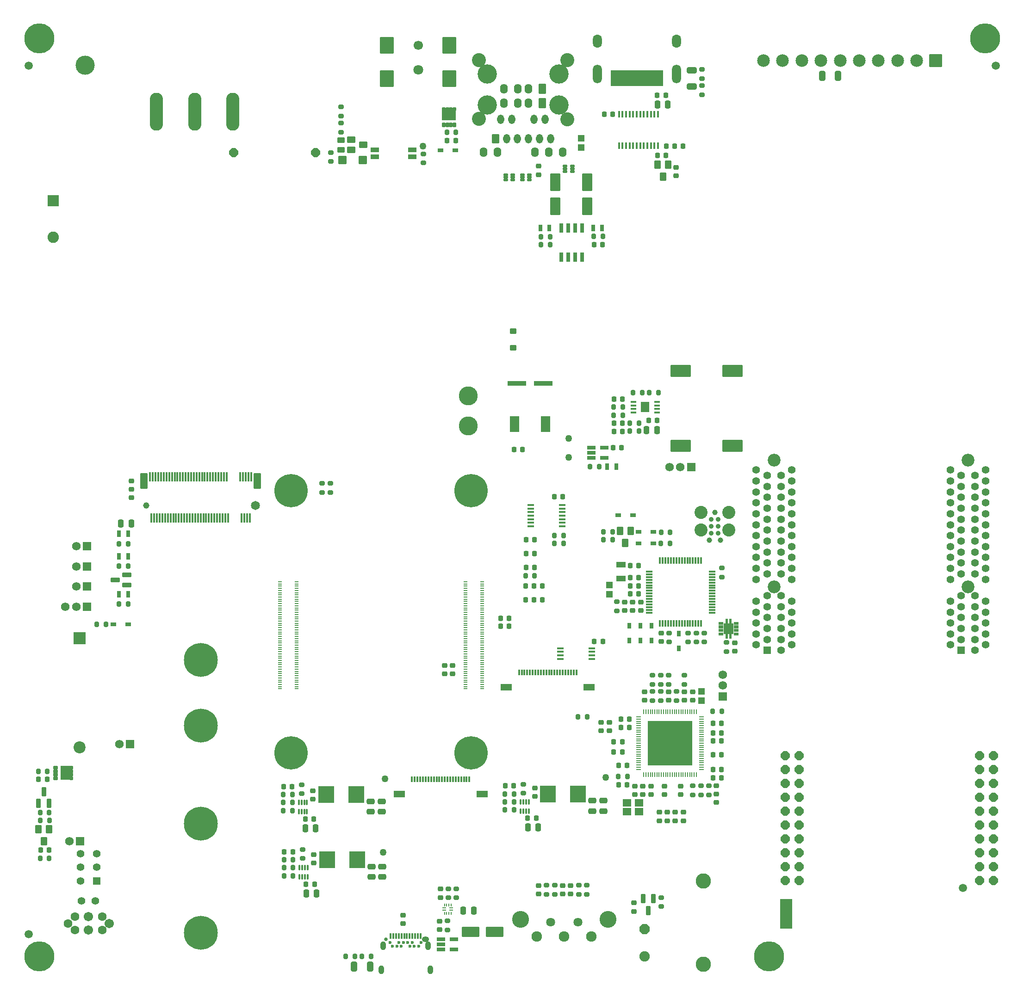
<source format=gts>
%TF.GenerationSoftware,KiCad,Pcbnew,9.0.5-9.0.5~ubuntu24.04.1*%
%TF.CreationDate,2025-10-13T11:44:06+02:00*%
%TF.ProjectId,BB3plus test mainboard,42423370-6c75-4732-9074-657374206d61,r1B1*%
%TF.SameCoordinates,Original*%
%TF.FileFunction,Soldermask,Top*%
%TF.FilePolarity,Negative*%
%FSLAX46Y46*%
G04 Gerber Fmt 4.6, Leading zero omitted, Abs format (unit mm)*
G04 Created by KiCad (PCBNEW 9.0.5-9.0.5~ubuntu24.04.1) date 2025-10-13 11:44:06*
%MOMM*%
%LPD*%
G01*
G04 APERTURE LIST*
G04 Aperture macros list*
%AMRoundRect*
0 Rectangle with rounded corners*
0 $1 Rounding radius*
0 $2 $3 $4 $5 $6 $7 $8 $9 X,Y pos of 4 corners*
0 Add a 4 corners polygon primitive as box body*
4,1,4,$2,$3,$4,$5,$6,$7,$8,$9,$2,$3,0*
0 Add four circle primitives for the rounded corners*
1,1,$1+$1,$2,$3*
1,1,$1+$1,$4,$5*
1,1,$1+$1,$6,$7*
1,1,$1+$1,$8,$9*
0 Add four rect primitives between the rounded corners*
20,1,$1+$1,$2,$3,$4,$5,0*
20,1,$1+$1,$4,$5,$6,$7,0*
20,1,$1+$1,$6,$7,$8,$9,0*
20,1,$1+$1,$8,$9,$2,$3,0*%
%AMFreePoly0*
4,1,17,0.413137,0.933901,0.933901,0.413137,0.952500,0.368236,0.952500,-0.368236,0.933901,-0.413137,0.413137,-0.933901,0.368236,-0.952500,-0.368236,-0.952500,-0.413137,-0.933901,-0.933901,-0.413137,-0.952500,-0.368236,-0.952500,0.368236,-0.933901,0.413137,-0.413137,0.933901,-0.368236,0.952500,0.368236,0.952500,0.413137,0.933901,0.413137,0.933901,$1*%
%AMFreePoly1*
4,1,17,0.355561,0.794901,0.794901,0.355561,0.813500,0.310660,0.813500,-0.310660,0.794901,-0.355561,0.355561,-0.794901,0.310660,-0.813500,-0.310660,-0.813500,-0.355561,-0.794901,-0.794901,-0.355561,-0.813500,-0.310660,-0.813500,0.310660,-0.794901,0.355561,-0.355561,0.794901,-0.310660,0.813500,0.310660,0.813500,0.355561,0.794901,0.355561,0.794901,$1*%
%AMFreePoly2*
4,1,17,0.360532,0.806901,0.806901,0.360532,0.825500,0.315631,0.825500,-0.315631,0.806901,-0.360532,0.360532,-0.806901,0.315631,-0.825500,-0.315631,-0.825500,-0.360532,-0.806901,-0.806901,-0.360532,-0.825500,-0.315631,-0.825500,0.315631,-0.806901,0.360532,-0.360532,0.806901,-0.315631,0.825500,0.315631,0.825500,0.360532,0.806901,0.360532,0.806901,$1*%
G04 Aperture macros list end*
%ADD10C,0.100000*%
%ADD11C,0.010000*%
%ADD12R,1.400000X1.400000*%
%ADD13C,1.400000*%
%ADD14RoundRect,0.225000X0.250000X-0.225000X0.250000X0.225000X-0.250000X0.225000X-0.250000X-0.225000X0*%
%ADD15RoundRect,0.102000X0.679000X0.679000X-0.679000X0.679000X-0.679000X-0.679000X0.679000X-0.679000X0*%
%ADD16C,1.562000*%
%ADD17RoundRect,0.250000X0.325000X0.650000X-0.325000X0.650000X-0.325000X-0.650000X0.325000X-0.650000X0*%
%ADD18RoundRect,0.225000X0.225000X0.250000X-0.225000X0.250000X-0.225000X-0.250000X0.225000X-0.250000X0*%
%ADD19C,0.650000*%
%ADD20RoundRect,0.050800X-0.150000X-0.450000X0.150000X-0.450000X0.150000X0.450000X-0.150000X0.450000X0*%
%ADD21C,0.600000*%
%ADD22O,1.004000X1.604000*%
%ADD23RoundRect,0.079022X0.098778X-0.390878X0.098778X0.390878X-0.098778X0.390878X-0.098778X-0.390878X0*%
%ADD24R,1.092200X0.762000*%
%ADD25RoundRect,0.200000X0.275000X-0.200000X0.275000X0.200000X-0.275000X0.200000X-0.275000X-0.200000X0*%
%ADD26RoundRect,0.102000X0.210000X-0.350000X0.210000X0.350000X-0.210000X0.350000X-0.210000X-0.350000X0*%
%ADD27RoundRect,0.102000X1.185000X-0.850000X1.185000X0.850000X-1.185000X0.850000X-1.185000X-0.850000X0*%
%ADD28RoundRect,0.102000X0.210000X-0.225000X0.210000X0.225000X-0.210000X0.225000X-0.210000X-0.225000X0*%
%ADD29RoundRect,0.102000X1.750000X-1.000000X1.750000X1.000000X-1.750000X1.000000X-1.750000X-1.000000X0*%
%ADD30RoundRect,0.200000X0.200000X0.275000X-0.200000X0.275000X-0.200000X-0.275000X0.200000X-0.275000X0*%
%ADD31R,2.850000X3.100000*%
%ADD32RoundRect,0.102000X1.500000X0.800000X-1.500000X0.800000X-1.500000X-0.800000X1.500000X-0.800000X0*%
%ADD33RoundRect,0.225000X-0.250000X0.225000X-0.250000X-0.225000X0.250000X-0.225000X0.250000X0.225000X0*%
%ADD34RoundRect,0.200000X-0.275000X0.200000X-0.275000X-0.200000X0.275000X-0.200000X0.275000X0.200000X0*%
%ADD35R,0.300000X1.000000*%
%ADD36R,2.000000X1.300000*%
%ADD37R,1.651000X2.895600*%
%ADD38RoundRect,0.250000X0.650000X-0.325000X0.650000X0.325000X-0.650000X0.325000X-0.650000X-0.325000X0*%
%ADD39RoundRect,0.200000X-0.200000X-0.275000X0.200000X-0.275000X0.200000X0.275000X-0.200000X0.275000X0*%
%ADD40RoundRect,0.102000X0.679000X-0.679000X0.679000X0.679000X-0.679000X0.679000X-0.679000X-0.679000X0*%
%ADD41RoundRect,0.225000X-0.225000X-0.250000X0.225000X-0.250000X0.225000X0.250000X-0.225000X0.250000X0*%
%ADD42C,1.270000*%
%ADD43RoundRect,0.102000X0.550000X0.750000X-0.550000X0.750000X-0.550000X-0.750000X0.550000X-0.750000X0*%
%ADD44O,1.304000X1.704000*%
%ADD45O,1.404000X1.804000*%
%ADD46RoundRect,0.102000X0.600000X0.800000X-0.600000X0.800000X-0.600000X-0.800000X0.600000X-0.800000X0*%
%ADD47C,2.559000*%
%ADD48C,3.530000*%
%ADD49RoundRect,0.250000X0.475000X-0.250000X0.475000X0.250000X-0.475000X0.250000X-0.475000X-0.250000X0*%
%ADD50C,5.500000*%
%ADD51RoundRect,0.057252X-0.706248X0.506248X-0.706248X-0.506248X0.706248X-0.506248X0.706248X0.506248X0*%
%ADD52RoundRect,0.250000X0.250000X0.475000X-0.250000X0.475000X-0.250000X-0.475000X0.250000X-0.475000X0*%
%ADD53C,1.500000*%
%ADD54R,0.762000X1.295400*%
%ADD55C,2.350000*%
%ADD56RoundRect,0.102000X-0.604000X0.604000X-0.604000X-0.604000X0.604000X-0.604000X0.604000X0.604000X0*%
%ADD57C,1.412000*%
%ADD58FreePoly0,0.000000*%
%ADD59C,1.905000*%
%ADD60C,3.500000*%
%ADD61O,2.400000X4.500000*%
%ADD62C,1.927000*%
%ADD63C,1.627000*%
%ADD64C,3.089000*%
%ADD65RoundRect,0.100000X-0.500000X0.400000X-0.500000X-0.400000X0.500000X-0.400000X0.500000X0.400000X0*%
%ADD66C,1.150000*%
%ADD67C,1.650000*%
%ADD68RoundRect,0.050800X-0.150000X-0.775000X0.150000X-0.775000X0.150000X0.775000X-0.150000X0.775000X0*%
%ADD69C,6.200000*%
%ADD70RoundRect,0.050800X-0.600000X-1.375000X0.600000X-1.375000X0.600000X1.375000X-0.600000X1.375000X0*%
%ADD71C,1.604000*%
%ADD72C,1.704000*%
%ADD73R,1.168400X0.304800*%
%ADD74RoundRect,0.250000X-0.250000X-0.475000X0.250000X-0.475000X0.250000X0.475000X-0.250000X0.475000X0*%
%ADD75RoundRect,0.072248X-0.318252X-0.141652X0.318252X-0.141652X0.318252X0.141652X-0.318252X0.141652X0*%
%ADD76R,2.200000X2.200000*%
%ADD77C,2.200000*%
%ADD78RoundRect,0.057252X0.556248X-0.506248X0.556248X0.506248X-0.556248X0.506248X-0.556248X-0.506248X0*%
%ADD79R,1.800000X1.000000*%
%ADD80RoundRect,0.071582X0.322118X-0.753918X0.322118X0.753918X-0.322118X0.753918X-0.322118X-0.753918X0*%
%ADD81C,1.700000*%
%ADD82C,1.800000*%
%ADD83RoundRect,0.102000X-1.200000X1.400000X-1.200000X-1.400000X1.200000X-1.400000X1.200000X1.400000X0*%
%ADD84RoundRect,0.055408X-0.708092X-0.708092X0.708092X-0.708092X0.708092X0.708092X-0.708092X0.708092X0*%
%ADD85R,0.203200X0.914400*%
%ADD86R,0.914400X0.203200*%
%ADD87R,8.102600X8.102600*%
%ADD88R,0.762000X1.092200*%
%ADD89RoundRect,0.102000X0.700000X-0.600000X0.700000X0.600000X-0.700000X0.600000X-0.700000X-0.600000X0*%
%ADD90RoundRect,0.061553X0.301947X-0.776947X0.301947X0.776947X-0.301947X0.776947X-0.301947X-0.776947X0*%
%ADD91RoundRect,0.054180X-0.747820X-0.332820X0.747820X-0.332820X0.747820X0.332820X-0.747820X0.332820X0*%
%ADD92FreePoly1,90.000000*%
%ADD93RoundRect,0.102000X0.800000X-1.500000X0.800000X1.500000X-0.800000X1.500000X-0.800000X-1.500000X0*%
%ADD94C,2.387600*%
%ADD95C,0.990600*%
%ADD96RoundRect,0.457200X-0.000010X0.000010X-0.000010X-0.000010X0.000010X-0.000010X0.000010X0.000010X0*%
%ADD97RoundRect,0.250000X-0.450000X0.262500X-0.450000X-0.262500X0.450000X-0.262500X0.450000X0.262500X0*%
%ADD98RoundRect,0.057252X0.506248X0.706248X-0.506248X0.706248X-0.506248X-0.706248X0.506248X-0.706248X0*%
%ADD99FreePoly2,0.000000*%
%ADD100RoundRect,0.062345X-0.737755X-0.280555X0.737755X-0.280555X0.737755X0.280555X-0.737755X0.280555X0*%
%ADD101C,6.100000*%
%ADD102R,0.700000X0.200000*%
%ADD103R,0.700001X0.200000*%
%ADD104R,0.200000X0.499999*%
%ADD105RoundRect,0.102000X-0.940500X-0.940500X0.940500X-0.940500X0.940500X0.940500X-0.940500X0.940500X0*%
%ADD106C,2.085000*%
%ADD107C,3.474000*%
%ADD108RoundRect,0.059267X1.629833X0.385233X-1.629833X0.385233X-1.629833X-0.385233X1.629833X-0.385233X0*%
%ADD109R,1.117600X0.381000*%
%ADD110R,1.570000X1.890000*%
%ADD111RoundRect,0.071582X0.753918X0.322118X-0.753918X0.322118X-0.753918X-0.322118X0.753918X-0.322118X0*%
%ADD112RoundRect,0.071582X-0.322118X0.753918X-0.322118X-0.753918X0.322118X-0.753918X0.322118X0.753918X0*%
%ADD113RoundRect,0.102000X-0.350000X-0.210000X0.350000X-0.210000X0.350000X0.210000X-0.350000X0.210000X0*%
%ADD114RoundRect,0.102000X-0.850000X-1.185000X0.850000X-1.185000X0.850000X1.185000X-0.850000X1.185000X0*%
%ADD115RoundRect,0.102000X-0.225000X-0.210000X0.225000X-0.210000X0.225000X0.210000X-0.225000X0.210000X0*%
%ADD116RoundRect,0.102000X1.050000X1.050000X-1.050000X1.050000X-1.050000X-1.050000X1.050000X-1.050000X0*%
%ADD117C,2.304000*%
%ADD118RoundRect,0.057252X-0.556248X0.506248X-0.556248X-0.506248X0.556248X-0.506248X0.556248X0.506248X0*%
%ADD119R,0.304800X1.168400*%
%ADD120C,2.800000*%
%ADD121R,1.193800X0.304800*%
%ADD122R,0.304800X1.193800*%
%ADD123O,1.652400X3.452400*%
%ADD124O,1.652400X2.452400*%
G04 APERTURE END LIST*
D10*
X432552250Y-164064750D02*
X434647750Y-164064750D01*
X434647750Y-169335250D01*
X432552250Y-169335250D01*
X432552250Y-164064750D01*
G36*
X432552250Y-164064750D02*
G01*
X434647750Y-164064750D01*
X434647750Y-169335250D01*
X432552250Y-169335250D01*
X432552250Y-164064750D01*
G37*
D11*
X367772000Y-170936000D02*
X367794000Y-170937000D01*
X367816000Y-170940000D01*
X367838000Y-170944000D01*
X367860000Y-170949000D01*
X367881000Y-170956000D01*
X367902000Y-170963000D01*
X367923000Y-170972000D01*
X367943000Y-170981000D01*
X367962000Y-170992000D01*
X367981000Y-171004000D01*
X368000000Y-171016000D01*
X368017000Y-171030000D01*
X368034000Y-171044000D01*
X368051000Y-171059000D01*
X368066000Y-171076000D01*
X368080000Y-171093000D01*
X368094000Y-171110000D01*
X368106000Y-171129000D01*
X368118000Y-171147000D01*
X368129000Y-171167000D01*
X368138000Y-171187000D01*
X368147000Y-171208000D01*
X368154000Y-171229000D01*
X368161000Y-171250000D01*
X368166000Y-171272000D01*
X368170000Y-171294000D01*
X368173000Y-171316000D01*
X368174000Y-171338000D01*
X368175000Y-171360000D01*
X368174000Y-171382000D01*
X368173000Y-171404000D01*
X368170000Y-171426000D01*
X368166000Y-171448000D01*
X368161000Y-171470000D01*
X368154000Y-171491000D01*
X368147000Y-171512000D01*
X368138000Y-171533000D01*
X368129000Y-171553000D01*
X368118000Y-171572000D01*
X368106000Y-171591000D01*
X368094000Y-171610000D01*
X368080000Y-171627000D01*
X368066000Y-171644000D01*
X368051000Y-171661000D01*
X368034000Y-171676000D01*
X368017000Y-171690000D01*
X368000000Y-171704000D01*
X367981000Y-171716000D01*
X367962000Y-171728000D01*
X367943000Y-171739000D01*
X367923000Y-171748000D01*
X367902000Y-171757000D01*
X367881000Y-171764000D01*
X367860000Y-171771000D01*
X367838000Y-171776000D01*
X367816000Y-171780000D01*
X367794000Y-171783000D01*
X367772000Y-171784000D01*
X367750000Y-171785000D01*
X367450000Y-171785000D01*
X367428000Y-171784000D01*
X367406000Y-171783000D01*
X367384000Y-171780000D01*
X367362000Y-171776000D01*
X367340000Y-171771000D01*
X367319000Y-171764000D01*
X367298000Y-171757000D01*
X367277000Y-171748000D01*
X367257000Y-171739000D01*
X367237000Y-171728000D01*
X367219000Y-171716000D01*
X367200000Y-171704000D01*
X367183000Y-171690000D01*
X367166000Y-171676000D01*
X367149000Y-171661000D01*
X367134000Y-171644000D01*
X367120000Y-171627000D01*
X367106000Y-171610000D01*
X367094000Y-171591000D01*
X367082000Y-171572000D01*
X367071000Y-171553000D01*
X367062000Y-171533000D01*
X367053000Y-171512000D01*
X367046000Y-171491000D01*
X367039000Y-171470000D01*
X367034000Y-171448000D01*
X367030000Y-171426000D01*
X367027000Y-171404000D01*
X367026000Y-171382000D01*
X367025000Y-171360000D01*
X367026000Y-171338000D01*
X367027000Y-171316000D01*
X367030000Y-171294000D01*
X367034000Y-171272000D01*
X367039000Y-171250000D01*
X367046000Y-171229000D01*
X367053000Y-171208000D01*
X367062000Y-171187000D01*
X367071000Y-171167000D01*
X367082000Y-171147000D01*
X367094000Y-171129000D01*
X367106000Y-171110000D01*
X367120000Y-171093000D01*
X367134000Y-171076000D01*
X367149000Y-171059000D01*
X367166000Y-171044000D01*
X367183000Y-171030000D01*
X367200000Y-171016000D01*
X367219000Y-171004000D01*
X367237000Y-170992000D01*
X367257000Y-170981000D01*
X367277000Y-170972000D01*
X367298000Y-170963000D01*
X367319000Y-170956000D01*
X367340000Y-170949000D01*
X367362000Y-170944000D01*
X367384000Y-170940000D01*
X367406000Y-170937000D01*
X367428000Y-170936000D01*
X367450000Y-170935000D01*
X367750000Y-170935000D01*
X367772000Y-170936000D01*
G36*
X367772000Y-170936000D02*
G01*
X367794000Y-170937000D01*
X367816000Y-170940000D01*
X367838000Y-170944000D01*
X367860000Y-170949000D01*
X367881000Y-170956000D01*
X367902000Y-170963000D01*
X367923000Y-170972000D01*
X367943000Y-170981000D01*
X367962000Y-170992000D01*
X367981000Y-171004000D01*
X368000000Y-171016000D01*
X368017000Y-171030000D01*
X368034000Y-171044000D01*
X368051000Y-171059000D01*
X368066000Y-171076000D01*
X368080000Y-171093000D01*
X368094000Y-171110000D01*
X368106000Y-171129000D01*
X368118000Y-171147000D01*
X368129000Y-171167000D01*
X368138000Y-171187000D01*
X368147000Y-171208000D01*
X368154000Y-171229000D01*
X368161000Y-171250000D01*
X368166000Y-171272000D01*
X368170000Y-171294000D01*
X368173000Y-171316000D01*
X368174000Y-171338000D01*
X368175000Y-171360000D01*
X368174000Y-171382000D01*
X368173000Y-171404000D01*
X368170000Y-171426000D01*
X368166000Y-171448000D01*
X368161000Y-171470000D01*
X368154000Y-171491000D01*
X368147000Y-171512000D01*
X368138000Y-171533000D01*
X368129000Y-171553000D01*
X368118000Y-171572000D01*
X368106000Y-171591000D01*
X368094000Y-171610000D01*
X368080000Y-171627000D01*
X368066000Y-171644000D01*
X368051000Y-171661000D01*
X368034000Y-171676000D01*
X368017000Y-171690000D01*
X368000000Y-171704000D01*
X367981000Y-171716000D01*
X367962000Y-171728000D01*
X367943000Y-171739000D01*
X367923000Y-171748000D01*
X367902000Y-171757000D01*
X367881000Y-171764000D01*
X367860000Y-171771000D01*
X367838000Y-171776000D01*
X367816000Y-171780000D01*
X367794000Y-171783000D01*
X367772000Y-171784000D01*
X367750000Y-171785000D01*
X367450000Y-171785000D01*
X367428000Y-171784000D01*
X367406000Y-171783000D01*
X367384000Y-171780000D01*
X367362000Y-171776000D01*
X367340000Y-171771000D01*
X367319000Y-171764000D01*
X367298000Y-171757000D01*
X367277000Y-171748000D01*
X367257000Y-171739000D01*
X367237000Y-171728000D01*
X367219000Y-171716000D01*
X367200000Y-171704000D01*
X367183000Y-171690000D01*
X367166000Y-171676000D01*
X367149000Y-171661000D01*
X367134000Y-171644000D01*
X367120000Y-171627000D01*
X367106000Y-171610000D01*
X367094000Y-171591000D01*
X367082000Y-171572000D01*
X367071000Y-171553000D01*
X367062000Y-171533000D01*
X367053000Y-171512000D01*
X367046000Y-171491000D01*
X367039000Y-171470000D01*
X367034000Y-171448000D01*
X367030000Y-171426000D01*
X367027000Y-171404000D01*
X367026000Y-171382000D01*
X367025000Y-171360000D01*
X367026000Y-171338000D01*
X367027000Y-171316000D01*
X367030000Y-171294000D01*
X367034000Y-171272000D01*
X367039000Y-171250000D01*
X367046000Y-171229000D01*
X367053000Y-171208000D01*
X367062000Y-171187000D01*
X367071000Y-171167000D01*
X367082000Y-171147000D01*
X367094000Y-171129000D01*
X367106000Y-171110000D01*
X367120000Y-171093000D01*
X367134000Y-171076000D01*
X367149000Y-171059000D01*
X367166000Y-171044000D01*
X367183000Y-171030000D01*
X367200000Y-171016000D01*
X367219000Y-171004000D01*
X367237000Y-170992000D01*
X367257000Y-170981000D01*
X367277000Y-170972000D01*
X367298000Y-170963000D01*
X367319000Y-170956000D01*
X367340000Y-170949000D01*
X367362000Y-170944000D01*
X367384000Y-170940000D01*
X367406000Y-170937000D01*
X367428000Y-170936000D01*
X367450000Y-170935000D01*
X367750000Y-170935000D01*
X367772000Y-170936000D01*
G37*
X422030000Y-113740000D02*
X421290000Y-113740000D01*
X421290000Y-113290000D01*
X422030000Y-113290000D01*
X422030000Y-113740000D01*
G36*
X422030000Y-113740000D02*
G01*
X421290000Y-113740000D01*
X421290000Y-113290000D01*
X422030000Y-113290000D01*
X422030000Y-113740000D01*
G37*
X422030000Y-114390000D02*
X421290000Y-114390000D01*
X421290000Y-113940000D01*
X422030000Y-113940000D01*
X422030000Y-114390000D01*
G36*
X422030000Y-114390000D02*
G01*
X421290000Y-114390000D01*
X421290000Y-113940000D01*
X422030000Y-113940000D01*
X422030000Y-114390000D01*
G37*
X422030000Y-115040000D02*
X421290000Y-115040000D01*
X421290000Y-114590000D01*
X422030000Y-114590000D01*
X422030000Y-115040000D01*
G36*
X422030000Y-115040000D02*
G01*
X421290000Y-115040000D01*
X421290000Y-114590000D01*
X422030000Y-114590000D01*
X422030000Y-115040000D01*
G37*
X422030000Y-115690000D02*
X421290000Y-115690000D01*
X421290000Y-115240000D01*
X422030000Y-115240000D01*
X422030000Y-115690000D01*
G36*
X422030000Y-115690000D02*
G01*
X421290000Y-115690000D01*
X421290000Y-115240000D01*
X422030000Y-115240000D01*
X422030000Y-115690000D01*
G37*
X424830000Y-113740000D02*
X424090000Y-113740000D01*
X424090000Y-113290000D01*
X424830000Y-113290000D01*
X424830000Y-113740000D01*
G36*
X424830000Y-113740000D02*
G01*
X424090000Y-113740000D01*
X424090000Y-113290000D01*
X424830000Y-113290000D01*
X424830000Y-113740000D01*
G37*
X424830000Y-114390000D02*
X424090000Y-114390000D01*
X424090000Y-113940000D01*
X424830000Y-113940000D01*
X424830000Y-114390000D01*
G36*
X424830000Y-114390000D02*
G01*
X424090000Y-114390000D01*
X424090000Y-113940000D01*
X424830000Y-113940000D01*
X424830000Y-114390000D01*
G37*
X424830000Y-115040000D02*
X424090000Y-115040000D01*
X424090000Y-114590000D01*
X424830000Y-114590000D01*
X424830000Y-115040000D01*
G36*
X424830000Y-115040000D02*
G01*
X424090000Y-115040000D01*
X424090000Y-114590000D01*
X424830000Y-114590000D01*
X424830000Y-115040000D01*
G37*
X424830000Y-115690000D02*
X424090000Y-115690000D01*
X424090000Y-115240000D01*
X424830000Y-115240000D01*
X424830000Y-115690000D01*
G36*
X424830000Y-115690000D02*
G01*
X424090000Y-115690000D01*
X424090000Y-115240000D01*
X424830000Y-115240000D01*
X424830000Y-115690000D01*
G37*
X422920000Y-113545000D02*
X423200000Y-113545000D01*
X423200000Y-112720000D01*
X423570000Y-112720000D01*
X423570000Y-113545000D01*
X423880000Y-113545000D01*
X423880000Y-115435000D01*
X423570000Y-115435000D01*
X423570000Y-116260000D01*
X423200000Y-116260000D01*
X423200000Y-115435000D01*
X422920000Y-115435000D01*
X422920000Y-116260000D01*
X422550000Y-116260000D01*
X422550000Y-115435000D01*
X422240000Y-115435000D01*
X422240000Y-113545000D01*
X422550000Y-113545000D01*
X422550000Y-112720000D01*
X422920000Y-112720000D01*
X422920000Y-113545000D01*
G36*
X422920000Y-113545000D02*
G01*
X423200000Y-113545000D01*
X423200000Y-112720000D01*
X423570000Y-112720000D01*
X423570000Y-113545000D01*
X423880000Y-113545000D01*
X423880000Y-115435000D01*
X423570000Y-115435000D01*
X423570000Y-116260000D01*
X423200000Y-116260000D01*
X423200000Y-115435000D01*
X422920000Y-115435000D01*
X422920000Y-116260000D01*
X422550000Y-116260000D01*
X422550000Y-115435000D01*
X422240000Y-115435000D01*
X422240000Y-113545000D01*
X422550000Y-113545000D01*
X422550000Y-112720000D01*
X422920000Y-112720000D01*
X422920000Y-113545000D01*
G37*
X402012500Y-15073500D02*
X401587500Y-15073500D01*
X401587500Y-12346500D01*
X402012500Y-12346500D01*
X402012500Y-15073500D01*
G36*
X402012500Y-15073500D02*
G01*
X401587500Y-15073500D01*
X401587500Y-12346500D01*
X402012500Y-12346500D01*
X402012500Y-15073500D01*
G37*
X402512500Y-15073500D02*
X402087500Y-15073500D01*
X402087500Y-12346500D01*
X402512500Y-12346500D01*
X402512500Y-15073500D01*
G36*
X402512500Y-15073500D02*
G01*
X402087500Y-15073500D01*
X402087500Y-12346500D01*
X402512500Y-12346500D01*
X402512500Y-15073500D01*
G37*
X403012500Y-15073500D02*
X402587500Y-15073500D01*
X402587500Y-12346500D01*
X403012500Y-12346500D01*
X403012500Y-15073500D01*
G36*
X403012500Y-15073500D02*
G01*
X402587500Y-15073500D01*
X402587500Y-12346500D01*
X403012500Y-12346500D01*
X403012500Y-15073500D01*
G37*
X403512500Y-15073500D02*
X403087500Y-15073500D01*
X403087500Y-12346500D01*
X403512500Y-12346500D01*
X403512500Y-15073500D01*
G36*
X403512500Y-15073500D02*
G01*
X403087500Y-15073500D01*
X403087500Y-12346500D01*
X403512500Y-12346500D01*
X403512500Y-15073500D01*
G37*
X404012500Y-15073500D02*
X403587500Y-15073500D01*
X403587500Y-12346500D01*
X404012500Y-12346500D01*
X404012500Y-15073500D01*
G36*
X404012500Y-15073500D02*
G01*
X403587500Y-15073500D01*
X403587500Y-12346500D01*
X404012500Y-12346500D01*
X404012500Y-15073500D01*
G37*
X404512500Y-15073500D02*
X404087500Y-15073500D01*
X404087500Y-12346500D01*
X404512500Y-12346500D01*
X404512500Y-15073500D01*
G36*
X404512500Y-15073500D02*
G01*
X404087500Y-15073500D01*
X404087500Y-12346500D01*
X404512500Y-12346500D01*
X404512500Y-15073500D01*
G37*
X405012500Y-15073500D02*
X404587500Y-15073500D01*
X404587500Y-12346500D01*
X405012500Y-12346500D01*
X405012500Y-15073500D01*
G36*
X405012500Y-15073500D02*
G01*
X404587500Y-15073500D01*
X404587500Y-12346500D01*
X405012500Y-12346500D01*
X405012500Y-15073500D01*
G37*
X405512500Y-15073500D02*
X405087500Y-15073500D01*
X405087500Y-12346500D01*
X405512500Y-12346500D01*
X405512500Y-15073500D01*
G36*
X405512500Y-15073500D02*
G01*
X405087500Y-15073500D01*
X405087500Y-12346500D01*
X405512500Y-12346500D01*
X405512500Y-15073500D01*
G37*
X406012500Y-15073500D02*
X405587500Y-15073500D01*
X405587500Y-12346500D01*
X406012500Y-12346500D01*
X406012500Y-15073500D01*
G36*
X406012500Y-15073500D02*
G01*
X405587500Y-15073500D01*
X405587500Y-12346500D01*
X406012500Y-12346500D01*
X406012500Y-15073500D01*
G37*
X406512500Y-15073500D02*
X406087500Y-15073500D01*
X406087500Y-12346500D01*
X406512500Y-12346500D01*
X406512500Y-15073500D01*
G36*
X406512500Y-15073500D02*
G01*
X406087500Y-15073500D01*
X406087500Y-12346500D01*
X406512500Y-12346500D01*
X406512500Y-15073500D01*
G37*
X407012500Y-15073500D02*
X406587500Y-15073500D01*
X406587500Y-12346500D01*
X407012500Y-12346500D01*
X407012500Y-15073500D01*
G36*
X407012500Y-15073500D02*
G01*
X406587500Y-15073500D01*
X406587500Y-12346500D01*
X407012500Y-12346500D01*
X407012500Y-15073500D01*
G37*
X407512500Y-15073500D02*
X407087500Y-15073500D01*
X407087500Y-12346500D01*
X407512500Y-12346500D01*
X407512500Y-15073500D01*
G36*
X407512500Y-15073500D02*
G01*
X407087500Y-15073500D01*
X407087500Y-12346500D01*
X407512500Y-12346500D01*
X407512500Y-15073500D01*
G37*
X408012500Y-15073500D02*
X407587500Y-15073500D01*
X407587500Y-12346500D01*
X408012500Y-12346500D01*
X408012500Y-15073500D01*
G36*
X408012500Y-15073500D02*
G01*
X407587500Y-15073500D01*
X407587500Y-12346500D01*
X408012500Y-12346500D01*
X408012500Y-15073500D01*
G37*
X408512500Y-15073500D02*
X408087500Y-15073500D01*
X408087500Y-12346500D01*
X408512500Y-12346500D01*
X408512500Y-15073500D01*
G36*
X408512500Y-15073500D02*
G01*
X408087500Y-15073500D01*
X408087500Y-12346500D01*
X408512500Y-12346500D01*
X408512500Y-15073500D01*
G37*
X409012500Y-15073500D02*
X408587500Y-15073500D01*
X408587500Y-12346500D01*
X409012500Y-12346500D01*
X409012500Y-15073500D01*
G36*
X409012500Y-15073500D02*
G01*
X408587500Y-15073500D01*
X408587500Y-12346500D01*
X409012500Y-12346500D01*
X409012500Y-15073500D01*
G37*
X409512500Y-15073500D02*
X409087500Y-15073500D01*
X409087500Y-12346500D01*
X409512500Y-12346500D01*
X409512500Y-15073500D01*
G36*
X409512500Y-15073500D02*
G01*
X409087500Y-15073500D01*
X409087500Y-12346500D01*
X409512500Y-12346500D01*
X409512500Y-15073500D01*
G37*
X410012500Y-15073500D02*
X409587500Y-15073500D01*
X409587500Y-12346500D01*
X410012500Y-12346500D01*
X410012500Y-15073500D01*
G36*
X410012500Y-15073500D02*
G01*
X409587500Y-15073500D01*
X409587500Y-12346500D01*
X410012500Y-12346500D01*
X410012500Y-15073500D01*
G37*
X410512500Y-15073500D02*
X410087500Y-15073500D01*
X410087500Y-12346500D01*
X410512500Y-12346500D01*
X410512500Y-15073500D01*
G36*
X410512500Y-15073500D02*
G01*
X410087500Y-15073500D01*
X410087500Y-12346500D01*
X410512500Y-12346500D01*
X410512500Y-15073500D01*
G37*
X411012500Y-15073500D02*
X410587500Y-15073500D01*
X410587500Y-12346500D01*
X411012500Y-12346500D01*
X411012500Y-15073500D01*
G36*
X411012500Y-15073500D02*
G01*
X410587500Y-15073500D01*
X410587500Y-12346500D01*
X411012500Y-12346500D01*
X411012500Y-15073500D01*
G37*
D12*
X307500000Y-160700000D03*
D13*
X307500000Y-158200000D03*
X307500000Y-155700000D03*
X304500000Y-160700000D03*
X304500000Y-158200000D03*
X304500000Y-155700000D03*
X307270000Y-164400000D03*
X304730000Y-164400000D03*
D14*
X313820000Y-90580000D03*
X313820000Y-89030000D03*
X313820000Y-87480000D03*
D15*
X305740000Y-110513333D03*
D16*
X303740000Y-110513333D03*
X301740000Y-110513333D03*
D17*
X443150000Y-13300000D03*
X440200000Y-13300000D03*
D18*
X404515000Y-143100000D03*
X402965000Y-143100000D03*
D19*
X360400000Y-171360000D03*
X367600000Y-171360000D03*
D20*
X361250000Y-170800000D03*
X361750000Y-170800000D03*
X362250000Y-170800000D03*
X362750000Y-170800000D03*
X363250000Y-170800000D03*
X363750000Y-170800000D03*
X364250000Y-170800000D03*
X364750000Y-170800000D03*
X365250000Y-170800000D03*
X365750000Y-170800000D03*
X366250000Y-170800000D03*
X366750000Y-170800000D03*
D21*
X366800000Y-172010000D03*
X366400000Y-172710000D03*
X365600000Y-172710000D03*
X365200000Y-172010000D03*
X364800000Y-172710000D03*
X364400000Y-172010000D03*
X363600000Y-172010000D03*
X363200000Y-172710000D03*
X362800000Y-172010000D03*
X362400000Y-172710000D03*
X361600000Y-172710000D03*
X361200000Y-172010000D03*
D22*
X359510000Y-177000000D03*
X359870000Y-172600000D03*
X368130000Y-172600000D03*
X368490000Y-177000000D03*
D23*
X344607513Y-160010900D03*
X345107638Y-160010900D03*
X345607762Y-160010900D03*
X346107887Y-160010900D03*
X346107887Y-158309100D03*
X345607762Y-158309100D03*
X345107638Y-158309100D03*
X344607513Y-158309100D03*
D24*
X373083900Y-26975000D03*
X370366100Y-26975000D03*
D25*
X409190000Y-127695000D03*
X409190000Y-126045000D03*
D26*
X370980000Y-22335000D03*
X371630000Y-22335000D03*
X372280000Y-22335000D03*
X372930000Y-22335000D03*
D27*
X371955000Y-20485000D03*
D28*
X370980000Y-19410000D03*
X371630000Y-19410000D03*
X372280000Y-19410000D03*
X372930000Y-19410000D03*
D29*
X414340000Y-81020000D03*
X414340000Y-67320000D03*
X423840000Y-81020000D03*
X423840000Y-67320000D03*
D30*
X404565000Y-141640000D03*
X402915000Y-141640000D03*
D15*
X416270000Y-84930000D03*
D16*
X414270000Y-84930000D03*
X412270000Y-84930000D03*
D25*
X410660000Y-127695000D03*
X410660000Y-126045000D03*
D31*
X349457700Y-144939500D03*
X354957700Y-144939500D03*
D32*
X375890000Y-170050000D03*
X380290000Y-170050000D03*
D33*
X408890000Y-143345000D03*
X408890000Y-144895000D03*
D34*
X415710000Y-115336400D03*
X415710000Y-116986400D03*
D33*
X347047700Y-144239500D03*
X347047700Y-145789500D03*
X410420000Y-148155000D03*
X410420000Y-149705000D03*
D35*
X384750000Y-122550000D03*
X385249999Y-122550000D03*
X385750001Y-122550000D03*
X386250000Y-122550000D03*
X386750001Y-122550000D03*
X387250000Y-122550000D03*
X387749999Y-122550000D03*
X388250001Y-122550000D03*
X388750000Y-122550000D03*
X389250002Y-122550000D03*
X389750000Y-122550000D03*
X390250000Y-122550000D03*
X390750001Y-122550000D03*
X391250000Y-122550000D03*
X391750002Y-122550000D03*
X392250001Y-122550000D03*
X392750000Y-122550000D03*
X393250001Y-122550000D03*
X393750000Y-122550000D03*
X394249999Y-122550000D03*
X394750001Y-122550000D03*
X395250000Y-122550000D03*
D36*
X382450010Y-125249999D03*
X397549990Y-125249999D03*
D25*
X367250000Y-29275000D03*
X367250000Y-27625000D03*
D37*
X383969998Y-77100000D03*
X389620000Y-77100000D03*
D14*
X416500000Y-127645000D03*
X416500000Y-126095000D03*
D38*
X416360000Y-15260000D03*
X416360000Y-12310000D03*
D39*
X297150200Y-148160500D03*
X298800200Y-148160500D03*
D40*
X422050000Y-126957500D03*
D16*
X422050000Y-124957500D03*
X422050000Y-122957500D03*
D41*
X385950000Y-109217500D03*
X387500000Y-109217500D03*
X389050000Y-109217500D03*
D33*
X394200000Y-161570000D03*
X394200000Y-163120000D03*
D42*
X393840000Y-83170000D03*
D41*
X410080000Y-27891736D03*
X411630000Y-27891736D03*
D43*
X380425000Y-24830000D03*
D44*
X382455000Y-24830000D03*
X384485000Y-24830000D03*
X386515000Y-24830000D03*
X388545000Y-24830000D03*
X390575000Y-24830000D03*
X381435000Y-21270000D03*
X383470000Y-21270000D03*
X387530000Y-21270000D03*
X389565000Y-21270000D03*
D45*
X378275000Y-27270000D03*
X380815000Y-27270000D03*
X387660000Y-27270000D03*
X390185000Y-27270000D03*
X392725000Y-27270000D03*
D46*
X389005000Y-15690000D03*
D45*
X386505000Y-15690000D03*
X384495000Y-15690000D03*
X381995000Y-15690000D03*
D47*
X393565000Y-10480000D03*
X393555000Y-21270000D03*
D48*
X392065000Y-18680000D03*
X392065000Y-12990000D03*
X378935000Y-18680000D03*
X378935000Y-12990000D03*
D47*
X377445000Y-21200000D03*
X377435000Y-10480000D03*
D46*
X389005000Y-18310000D03*
D45*
X386505000Y-18310000D03*
X384495000Y-18310000D03*
X381995000Y-18310000D03*
D39*
X371550000Y-23685000D03*
X373200000Y-23685000D03*
D24*
X406621100Y-96850000D03*
X409338900Y-96850000D03*
D49*
X357787700Y-159980000D03*
X357787700Y-158080000D03*
D50*
X470000000Y-6500000D03*
D33*
X424240000Y-117095000D03*
X424240000Y-118645000D03*
D51*
X354020000Y-25000000D03*
X356220000Y-25950000D03*
X354020000Y-26900000D03*
D52*
X409980900Y-78145001D03*
X408080900Y-78145001D03*
D53*
X472000000Y-11500000D03*
X295000000Y-11500000D03*
D30*
X343282700Y-144909500D03*
X341632700Y-144909500D03*
D54*
X399978237Y-41222763D03*
X398327237Y-41222763D03*
D18*
X347322700Y-161310000D03*
X345772700Y-161310000D03*
D33*
X414800000Y-148160000D03*
X414800000Y-149710000D03*
D49*
X398199668Y-147910900D03*
X398199668Y-146010900D03*
D30*
X412385000Y-96860000D03*
X410735000Y-96860000D03*
D24*
X405628900Y-93770000D03*
X402911100Y-93770000D03*
D55*
X431415000Y-83700000D03*
X431415000Y-106850000D03*
D56*
X430165000Y-118500000D03*
D57*
X428165000Y-117500000D03*
X430165000Y-116500000D03*
X428165000Y-115500000D03*
X430165000Y-114500000D03*
X428165000Y-113500000D03*
X430165000Y-112500000D03*
X428165000Y-111500000D03*
X430165000Y-110500000D03*
X428165000Y-109500000D03*
X430165000Y-108500000D03*
X428165000Y-105500000D03*
X430165000Y-104500000D03*
X428165000Y-103500000D03*
X430165000Y-102500000D03*
X428165000Y-101500000D03*
X430165000Y-100500000D03*
X428165000Y-99500000D03*
X430165000Y-98500000D03*
X428165000Y-97500000D03*
X430165000Y-96500000D03*
X428165000Y-95500000D03*
X430165000Y-94500000D03*
X428165000Y-93500000D03*
X430165000Y-92500000D03*
X428165000Y-91500000D03*
X430165000Y-90500000D03*
X428165000Y-89500000D03*
X430165000Y-88500000D03*
X428165000Y-87500000D03*
X430165000Y-86500000D03*
X428165000Y-85500000D03*
X432665000Y-118500000D03*
X434665000Y-117500000D03*
X432665000Y-116500000D03*
X434665000Y-115500000D03*
X432665000Y-114500000D03*
X434665000Y-113500000D03*
X432665000Y-112500000D03*
X434665000Y-111500000D03*
X432665000Y-110500000D03*
X434665000Y-109500000D03*
X432665000Y-108500000D03*
X434665000Y-105500000D03*
X432665000Y-104500000D03*
X434665000Y-103500000D03*
X432665000Y-102500000D03*
X434665000Y-101500000D03*
X432665000Y-100500000D03*
X434665000Y-99500000D03*
X432665000Y-98500000D03*
X434665000Y-97500000D03*
X432665000Y-96500000D03*
X434665000Y-95500000D03*
X432665000Y-94500000D03*
X434665000Y-93500000D03*
X432665000Y-92500000D03*
X434665000Y-91500000D03*
X432665000Y-90500000D03*
X434665000Y-89500000D03*
X432665000Y-88500000D03*
X434665000Y-87500000D03*
X432665000Y-86500000D03*
X434665000Y-85500000D03*
D58*
X407710000Y-169570000D03*
D59*
X407710000Y-174570000D03*
D60*
X305400000Y-11400000D03*
D61*
X332400000Y-21100000D03*
X332400000Y-18700000D03*
X318400000Y-21100000D03*
X318400000Y-18700000D03*
X325400000Y-21100000D03*
X325400000Y-18700000D03*
D39*
X402065000Y-73980000D03*
X403715000Y-73980000D03*
D25*
X419490000Y-144945000D03*
X419490000Y-143295000D03*
D62*
X388000000Y-170900000D03*
X393000000Y-170900000D03*
X398000000Y-170900000D03*
D63*
X390500000Y-168300000D03*
X395500000Y-168300000D03*
D64*
X401000000Y-167800000D03*
X385000000Y-167800000D03*
D41*
X401945000Y-81390000D03*
X403495000Y-81390000D03*
D25*
X371830000Y-163800000D03*
X371830000Y-162150000D03*
D39*
X311550000Y-109990000D03*
X313200000Y-109990000D03*
D14*
X405970000Y-144895000D03*
X405970000Y-143345000D03*
D34*
X412110000Y-123080000D03*
X412110000Y-124730000D03*
D41*
X386031000Y-103300000D03*
X387581000Y-103300000D03*
D14*
X399810000Y-133235000D03*
X399810000Y-131685000D03*
D33*
X388347237Y-29877763D03*
X388347237Y-31427763D03*
X411390000Y-143345000D03*
X411390000Y-144895000D03*
D18*
X298755000Y-155090000D03*
X297205000Y-155090000D03*
X406655000Y-105230000D03*
X405105000Y-105230000D03*
D65*
X383700000Y-63130600D03*
X383700000Y-60030600D03*
D42*
X367200000Y-26210000D03*
D25*
X415040000Y-124735000D03*
X415040000Y-123085000D03*
X418250000Y-16765000D03*
X418250000Y-15115000D03*
D66*
X316500000Y-92000000D03*
D67*
X336500000Y-92000000D03*
D68*
X317250000Y-86725000D03*
X317500000Y-94275000D03*
X317750000Y-86725000D03*
X318000000Y-94275000D03*
X318250000Y-86725000D03*
X318500000Y-94275000D03*
X318750000Y-86725000D03*
X319000000Y-94275000D03*
X319250000Y-86725000D03*
X319500000Y-94275000D03*
X319750000Y-86725000D03*
X320000000Y-94275000D03*
X320250000Y-86725000D03*
X320500000Y-94275000D03*
X320750000Y-86725000D03*
X321000000Y-94275000D03*
X321250000Y-86725000D03*
X321500000Y-94275000D03*
X321750000Y-86725000D03*
X322000000Y-94275000D03*
X322250000Y-86725000D03*
X322500000Y-94275000D03*
X322750000Y-86725000D03*
X323000000Y-94275000D03*
X323250000Y-86725000D03*
X323500000Y-94275000D03*
X323750000Y-86725000D03*
X324000000Y-94275000D03*
X324250000Y-86725000D03*
X324500000Y-94275000D03*
X324750000Y-86725000D03*
X325000000Y-94275000D03*
X325250000Y-86725000D03*
X325500000Y-94275000D03*
X325750000Y-86725000D03*
X326000000Y-94275000D03*
X326250000Y-86725000D03*
X326500000Y-94275000D03*
X326750000Y-86725000D03*
X327000000Y-94275000D03*
X327250000Y-86725000D03*
X327500000Y-94275000D03*
X327750000Y-86725000D03*
X328000000Y-94275000D03*
X328250000Y-86725000D03*
X328500000Y-94275000D03*
X328750000Y-86725000D03*
X329000000Y-94275000D03*
X329250000Y-86725000D03*
X329500000Y-94275000D03*
X329750000Y-86725000D03*
X330000000Y-94275000D03*
X330250000Y-86725000D03*
X330500000Y-94275000D03*
X330750000Y-86725000D03*
X331000000Y-94275000D03*
X331250000Y-86725000D03*
X331500000Y-94275000D03*
X333750000Y-86725000D03*
X334000000Y-94275000D03*
X334250000Y-86725000D03*
X334500000Y-94275000D03*
X334750000Y-86725000D03*
X335000000Y-94275000D03*
X335250000Y-86725000D03*
X335500000Y-94275000D03*
X335750000Y-86725000D03*
D69*
X326500000Y-120250000D03*
X326500000Y-132250000D03*
X326500000Y-150250000D03*
X326500000Y-170250000D03*
D70*
X316150000Y-87500000D03*
X336850000Y-87500000D03*
D71*
X308500000Y-167250000D03*
D72*
X306000000Y-167250000D03*
D71*
X303500000Y-167250000D03*
X308500000Y-169750000D03*
D72*
X306000000Y-169750000D03*
D71*
X303500000Y-169750000D03*
D72*
X309800000Y-168500000D03*
D71*
X302200000Y-168500000D03*
D33*
X413340000Y-148155000D03*
X413340000Y-149705000D03*
D18*
X373150000Y-25145000D03*
X371600000Y-25145000D03*
D34*
X350200000Y-87950000D03*
X350200000Y-89600000D03*
D39*
X341762700Y-158320000D03*
X343412700Y-158320000D03*
D41*
X420255000Y-141840000D03*
X421805000Y-141840000D03*
X398492237Y-44192763D03*
X400042237Y-44192763D03*
D30*
X383839668Y-144790900D03*
X382189668Y-144790900D03*
D39*
X353065000Y-174500000D03*
X354715000Y-174500000D03*
D30*
X383839668Y-147710900D03*
X382189668Y-147710900D03*
D15*
X305740000Y-99440000D03*
D16*
X303740000Y-99440000D03*
D73*
X392329800Y-118125021D03*
X392329800Y-118775007D03*
X392329800Y-119424993D03*
X392329800Y-120074979D03*
X398070200Y-120074979D03*
X398070200Y-119424993D03*
X398070200Y-118775007D03*
X398070200Y-118125021D03*
D33*
X392740000Y-161570000D03*
X392740000Y-163120000D03*
D74*
X345817700Y-163030000D03*
X347717700Y-163030000D03*
D34*
X412210000Y-115315000D03*
X412210000Y-116965000D03*
D75*
X385377237Y-31412763D03*
X385377237Y-31912763D03*
X385377237Y-32412763D03*
X386677237Y-32412763D03*
X386677237Y-31912763D03*
X386677237Y-31412763D03*
X382317087Y-31412763D03*
X382317087Y-31912763D03*
X382317087Y-32412763D03*
X383617087Y-32412763D03*
X383617087Y-31912763D03*
X383617087Y-31412763D03*
D39*
X296795000Y-140635000D03*
X298445000Y-140635000D03*
D76*
X304380000Y-116270000D03*
D77*
X304380000Y-136270000D03*
D30*
X387577000Y-104830000D03*
X385927000Y-104830000D03*
D24*
X313258900Y-113740000D03*
X310541100Y-113740000D03*
D54*
X311550000Y-97190000D03*
X313201000Y-97190000D03*
D18*
X403665000Y-72510000D03*
X402115000Y-72510000D03*
D25*
X422750000Y-118705000D03*
X422750000Y-117055000D03*
D78*
X418160000Y-127720000D03*
X418160000Y-126020000D03*
D79*
X403395000Y-102815000D03*
X403395000Y-105365000D03*
D49*
X359747700Y-159970000D03*
X359747700Y-158070000D03*
D34*
X391280000Y-161520000D03*
X391280000Y-163170000D03*
D18*
X382950000Y-112620000D03*
X381400000Y-112620000D03*
X401870111Y-20370975D03*
X400320111Y-20370975D03*
D39*
X398447237Y-42732763D03*
X400097237Y-42732763D03*
D80*
X296840000Y-146540000D03*
X298770400Y-146540000D03*
X297805200Y-144381000D03*
D41*
X420245000Y-131900000D03*
X421795000Y-131900000D03*
D33*
X411880000Y-148155000D03*
X411880000Y-149705000D03*
D25*
X345117700Y-156595000D03*
X345117700Y-154945000D03*
D53*
X466000000Y-162000000D03*
D81*
X366300000Y-7700000D03*
D82*
X366300000Y-12200000D03*
D83*
X372000000Y-7700000D03*
X372000000Y-13800000D03*
X360600000Y-7700000D03*
X360600000Y-13800000D03*
D14*
X412120000Y-127645000D03*
X412120000Y-126095000D03*
D73*
X386934700Y-91899999D03*
X386934700Y-92550000D03*
X386934700Y-93200001D03*
X386934700Y-93850000D03*
X386934700Y-94499999D03*
X386934700Y-95150000D03*
X386934700Y-95799999D03*
X392675100Y-95800001D03*
X392675100Y-95150000D03*
X392675100Y-94500001D03*
X392675100Y-93850000D03*
X392675100Y-93200001D03*
X392675100Y-92550000D03*
X392675100Y-91900001D03*
D42*
X400640000Y-141780000D03*
D23*
X385039543Y-147922700D03*
X385539668Y-147922700D03*
X386039792Y-147922700D03*
X386539917Y-147922700D03*
X386539917Y-146220900D03*
X386039792Y-146220900D03*
X385539668Y-146220900D03*
X385039543Y-146220900D03*
D14*
X370190000Y-169640000D03*
X370190000Y-168090000D03*
D50*
X430500000Y-174500000D03*
D18*
X406655000Y-108160000D03*
X405105000Y-108160000D03*
D33*
X414300000Y-143335000D03*
X414300000Y-144885000D03*
D54*
X311549500Y-108230000D03*
X313200500Y-108230000D03*
D84*
X356200000Y-28700000D03*
X352400000Y-28700000D03*
D18*
X404535000Y-139570000D03*
X402985000Y-139570000D03*
D54*
X400874500Y-84850000D03*
X402525500Y-84850000D03*
D18*
X403635000Y-137070000D03*
X402085000Y-137070000D03*
D33*
X371130000Y-121270000D03*
X371130000Y-122820000D03*
D25*
X418030000Y-144945000D03*
X418030000Y-143295000D03*
D85*
X407589999Y-141240400D03*
X407990001Y-141240400D03*
X408390000Y-141240400D03*
X408790000Y-141240400D03*
X409190001Y-141240400D03*
X409590001Y-141240400D03*
X409990000Y-141240400D03*
X410389999Y-141240400D03*
X410790001Y-141240400D03*
X411190000Y-141240400D03*
X411589999Y-141240400D03*
X411990001Y-141240400D03*
X412390000Y-141240400D03*
X412789999Y-141240400D03*
X413190001Y-141240400D03*
X413590000Y-141240400D03*
X413989999Y-141240400D03*
X414389999Y-141240400D03*
X414790000Y-141240400D03*
X415189999Y-141240400D03*
X415589999Y-141240400D03*
X415990000Y-141240400D03*
X416390000Y-141240400D03*
X416789999Y-141240400D03*
X417190001Y-141240400D03*
D86*
X418130400Y-140300001D03*
X418130400Y-139899999D03*
X418130400Y-139500000D03*
X418130400Y-139100000D03*
X418130400Y-138699999D03*
X418130400Y-138299999D03*
X418130400Y-137900000D03*
X418130400Y-137500001D03*
X418130400Y-137099999D03*
X418130400Y-136700000D03*
X418130400Y-136300001D03*
X418130400Y-135899999D03*
X418130400Y-135500000D03*
X418130400Y-135100001D03*
X418130400Y-134699999D03*
X418130400Y-134300000D03*
X418130400Y-133900001D03*
X418130400Y-133500001D03*
X418130400Y-133100000D03*
X418130400Y-132700001D03*
X418130400Y-132300001D03*
X418130400Y-131900000D03*
X418130400Y-131500000D03*
X418130400Y-131100001D03*
X418130400Y-130700002D03*
D85*
X417190001Y-129759600D03*
X416789999Y-129759600D03*
X416390000Y-129759600D03*
X415990000Y-129759600D03*
X415589999Y-129759600D03*
X415189999Y-129759600D03*
X414790000Y-129759600D03*
X414390001Y-129759600D03*
X413989999Y-129759600D03*
X413590000Y-129759600D03*
X413190001Y-129759600D03*
X412789999Y-129759600D03*
X412390000Y-129759600D03*
X411990001Y-129759600D03*
X411589999Y-129759600D03*
X411190000Y-129759600D03*
X410790001Y-129759600D03*
X410390001Y-129759600D03*
X409990000Y-129759600D03*
X409590001Y-129759600D03*
X409190001Y-129759600D03*
X408790000Y-129759600D03*
X408390000Y-129759600D03*
X407990001Y-129759600D03*
X407590002Y-129759600D03*
D86*
X406649600Y-130699999D03*
X406649600Y-131100001D03*
X406649600Y-131500000D03*
X406649600Y-131900000D03*
X406649600Y-132300001D03*
X406649600Y-132700001D03*
X406649600Y-133100000D03*
X406649600Y-133499999D03*
X406649600Y-133900001D03*
X406649600Y-134300000D03*
X406649600Y-134699999D03*
X406649600Y-135100001D03*
X406649600Y-135500000D03*
X406649600Y-135899999D03*
X406649600Y-136300001D03*
X406649600Y-136700000D03*
X406649600Y-137099999D03*
X406649600Y-137499999D03*
X406649600Y-137900000D03*
X406649600Y-138299999D03*
X406649600Y-138699999D03*
X406649600Y-139100000D03*
X406649600Y-139500000D03*
X406649600Y-139899999D03*
X406649600Y-140299998D03*
D87*
X412390000Y-135500000D03*
D18*
X406660000Y-102960000D03*
X405110000Y-102960000D03*
D25*
X350300000Y-29000000D03*
X350300000Y-27350000D03*
D88*
X408998200Y-116737800D03*
X408998200Y-114020000D03*
D18*
X406650000Y-106690000D03*
X405100000Y-106690000D03*
D39*
X391235000Y-98950000D03*
X392885000Y-98950000D03*
D41*
X386031000Y-100782500D03*
X387581000Y-100782500D03*
D34*
X410650000Y-123080000D03*
X410650000Y-124730000D03*
D15*
X304450000Y-153440000D03*
D16*
X302450000Y-153440000D03*
D15*
X305740000Y-103131111D03*
D16*
X303740000Y-103131111D03*
D30*
X390422237Y-44262763D03*
X388772237Y-44262763D03*
D18*
X382955000Y-114080000D03*
X381405000Y-114080000D03*
D89*
X404540000Y-148050000D03*
X406740000Y-148050000D03*
X406740000Y-146450000D03*
X404540000Y-146450000D03*
D41*
X341702700Y-143449500D03*
X343252700Y-143449500D03*
D74*
X386389668Y-150930900D03*
X388289668Y-150930900D03*
D49*
X359597700Y-148049500D03*
X359597700Y-146149500D03*
D90*
X392467237Y-46552763D03*
X393737237Y-46552763D03*
X395007237Y-46552763D03*
X396277237Y-46552763D03*
X396277237Y-41152763D03*
X395007237Y-41152763D03*
X393737237Y-41152763D03*
X392467237Y-41152763D03*
D30*
X406670000Y-78390000D03*
X405020000Y-78390000D03*
D91*
X358400000Y-26865000D03*
X358400000Y-28135000D03*
X365200000Y-28135000D03*
X365200000Y-26865000D03*
D31*
X390039668Y-144790900D03*
X395539668Y-144790900D03*
D92*
X469000000Y-160660000D03*
X471540000Y-160660000D03*
X469000000Y-158120000D03*
X471540000Y-158120000D03*
X469000000Y-155580000D03*
X471540000Y-155580000D03*
X469000000Y-153040000D03*
X471540000Y-153040000D03*
X469000000Y-150500000D03*
X471540000Y-150500000D03*
X469000000Y-147960000D03*
X471540000Y-147960000D03*
X469000000Y-145420000D03*
X471540000Y-145420000D03*
X469000000Y-142880000D03*
X471540000Y-142880000D03*
X469000000Y-140340000D03*
X471540000Y-140340000D03*
X469000000Y-137800000D03*
X471540000Y-137800000D03*
D93*
X397257237Y-32802763D03*
X397257237Y-37202763D03*
D41*
X385950000Y-106700000D03*
X387500000Y-106700000D03*
X389050000Y-106700000D03*
D30*
X397205000Y-130700000D03*
X395555000Y-130700000D03*
D41*
X391214900Y-90410000D03*
X392764900Y-90410000D03*
D14*
X407730000Y-127645000D03*
X407730000Y-126095000D03*
D25*
X416560000Y-144945000D03*
X416560000Y-143295000D03*
D93*
X391347237Y-32772763D03*
X391347237Y-37172763D03*
D23*
X344457513Y-148070400D03*
X344957638Y-148070400D03*
X345457762Y-148070400D03*
X345957887Y-148070400D03*
X345957887Y-146368600D03*
X345457762Y-146368600D03*
X344957638Y-146368600D03*
X344457513Y-146368600D03*
D94*
X423120000Y-93290000D03*
D95*
X420580000Y-93290000D03*
D94*
X418040000Y-93290000D03*
X423120000Y-96465000D03*
X418040000Y-96465000D03*
D95*
X421596000Y-98370000D03*
X419564000Y-98370000D03*
D96*
X419945000Y-94560000D03*
X421215000Y-94560000D03*
X419945000Y-95830000D03*
X421215000Y-95830000D03*
X419945000Y-97100000D03*
X421215000Y-97100000D03*
D88*
X413970000Y-118148900D03*
X413970000Y-115431100D03*
D97*
X352200000Y-25087500D03*
X352200000Y-26912500D03*
D18*
X414790000Y-26221736D03*
X413240000Y-26221736D03*
X411690000Y-26221736D03*
D34*
X352200000Y-21992500D03*
X352200000Y-23642500D03*
D39*
X388777237Y-42802763D03*
X390427237Y-42802763D03*
D98*
X412030000Y-29621736D03*
X410130000Y-29621736D03*
X411080000Y-31821736D03*
D33*
X405820000Y-164735000D03*
X405820000Y-166285000D03*
D30*
X343262700Y-147849500D03*
X341612700Y-147849500D03*
D33*
X363570000Y-166995000D03*
X363570000Y-168545000D03*
D41*
X341812700Y-155400000D03*
X343362700Y-155400000D03*
D18*
X411600111Y-16880975D03*
X410050111Y-16880975D03*
D39*
X311550500Y-99000000D03*
X313200500Y-99000000D03*
D14*
X388350000Y-163120000D03*
X388350000Y-161570000D03*
D39*
X408590000Y-71320000D03*
X410240000Y-71320000D03*
D34*
X371660000Y-168030000D03*
X371660000Y-169680000D03*
D39*
X341622700Y-146369500D03*
X343272700Y-146369500D03*
D41*
X420245000Y-135100000D03*
X421795000Y-135100000D03*
D30*
X392875000Y-97490000D03*
X391225000Y-97490000D03*
D99*
X332527000Y-27420000D03*
X347513000Y-27420000D03*
D42*
X360240000Y-142020000D03*
D14*
X370370000Y-163750000D03*
X370370000Y-162200000D03*
D25*
X418240000Y-13795000D03*
X418240000Y-12145000D03*
D30*
X412380000Y-98900000D03*
X410730000Y-98900000D03*
D34*
X397130000Y-161520000D03*
X397130000Y-163170000D03*
D100*
X370496200Y-171400000D03*
X370496200Y-172350000D03*
X370496200Y-173300000D03*
X372883800Y-173300000D03*
X372883800Y-171400000D03*
D39*
X356020000Y-174500000D03*
X357670000Y-174500000D03*
D25*
X418650000Y-116995000D03*
X418650000Y-115345000D03*
D101*
X343000000Y-89250000D03*
X343000000Y-137250000D03*
X376000000Y-89250000D03*
X376000000Y-137250000D03*
D102*
X341000000Y-105950000D03*
X344080000Y-105950000D03*
X341000000Y-106350000D03*
X344080000Y-106350000D03*
X341000000Y-106750000D03*
X344080000Y-106750000D03*
X341000000Y-107150000D03*
X344080000Y-107150000D03*
X341000000Y-107550000D03*
X344080000Y-107550000D03*
X341000000Y-107950000D03*
X344080000Y-107950000D03*
X341000000Y-108350000D03*
X344080000Y-108350000D03*
X341000000Y-108750000D03*
X344080000Y-108750000D03*
X341000000Y-109150000D03*
X344080000Y-109150000D03*
X341000000Y-109550000D03*
X344080000Y-109550000D03*
X341000000Y-109950000D03*
X344080000Y-109950000D03*
X341000000Y-110350000D03*
X344080000Y-110350000D03*
X341000000Y-110750000D03*
X344080000Y-110750000D03*
X341000000Y-111150000D03*
X344080000Y-111150000D03*
X341000000Y-111550000D03*
X344080000Y-111550000D03*
X341000000Y-111950000D03*
X344080000Y-111950000D03*
X341000000Y-112350000D03*
X344080000Y-112350000D03*
X341000000Y-112750000D03*
X344080000Y-112750000D03*
X341000000Y-113150000D03*
X344080000Y-113150000D03*
X341000000Y-113550000D03*
X344080000Y-113550000D03*
X341000000Y-113950000D03*
X344080000Y-113950000D03*
X341000000Y-114350000D03*
X344080000Y-114350000D03*
X341000000Y-114750000D03*
X344080000Y-114750000D03*
X341000000Y-115150000D03*
X344080000Y-115150000D03*
X341000000Y-115550000D03*
X344080000Y-115550000D03*
X341000000Y-115950000D03*
X344080000Y-115950000D03*
X341000000Y-116350000D03*
X344080000Y-116350000D03*
X341000000Y-116750000D03*
X344080000Y-116750000D03*
X341000000Y-117150000D03*
X344080000Y-117150000D03*
X341000000Y-117550000D03*
X344080000Y-117550000D03*
X341000000Y-117950000D03*
X344080000Y-117950000D03*
X341000000Y-118350000D03*
X344080000Y-118350000D03*
X341000000Y-118750000D03*
X344080000Y-118750000D03*
X341000000Y-119150000D03*
X344080000Y-119150000D03*
X341000000Y-119550000D03*
X344080000Y-119550000D03*
X341000000Y-119950000D03*
X344080000Y-119950000D03*
X341000000Y-120350000D03*
X344080000Y-120350000D03*
X341000000Y-120750000D03*
X344080000Y-120750000D03*
X341000000Y-121150000D03*
X344080000Y-121150000D03*
X341000000Y-121550000D03*
X344080000Y-121550000D03*
X341000000Y-121950000D03*
X344080000Y-121950000D03*
X341000000Y-122350000D03*
X344080000Y-122350000D03*
X341000000Y-122750000D03*
X344080000Y-122750000D03*
X341000000Y-123150000D03*
X344080000Y-123150000D03*
X341000000Y-123550000D03*
X344080000Y-123550000D03*
X341000000Y-123950000D03*
X344080000Y-123950000D03*
X341000000Y-124350000D03*
X344080000Y-124350000D03*
X341000000Y-124750000D03*
X344080000Y-124750000D03*
X341000000Y-125150000D03*
X344080000Y-125150000D03*
X341000000Y-125550000D03*
X344080000Y-125550000D03*
X374920000Y-105950000D03*
X378000000Y-105950000D03*
X374920000Y-106350000D03*
X378000000Y-106350000D03*
X374920000Y-106750000D03*
X378000000Y-106750000D03*
X374920000Y-107150000D03*
X378000000Y-107150000D03*
X374920000Y-107550000D03*
X378000000Y-107550000D03*
X374920000Y-107950000D03*
X378000000Y-107950000D03*
X374920000Y-108350000D03*
X378000000Y-108350000D03*
X374920000Y-108750000D03*
X378000000Y-108750000D03*
X374920000Y-109150000D03*
X378000000Y-109150000D03*
X374920000Y-109550000D03*
X378000000Y-109550000D03*
X374920000Y-109950000D03*
X378000000Y-109950000D03*
X374920000Y-110350000D03*
X378000000Y-110350000D03*
X374920000Y-110750000D03*
X378000000Y-110750000D03*
X374920000Y-111150000D03*
X378000000Y-111150000D03*
X374920000Y-111550000D03*
X378000000Y-111550000D03*
X374920000Y-111950000D03*
X378000000Y-111950000D03*
X374920000Y-112350000D03*
X378000000Y-112350000D03*
X374920000Y-112750000D03*
X378000000Y-112750000D03*
X374920000Y-113150000D03*
X378000000Y-113150000D03*
X374920000Y-113550000D03*
X378000000Y-113550000D03*
X374920000Y-113950000D03*
X378000000Y-113950000D03*
X374920000Y-114350000D03*
X378000000Y-114350000D03*
X374920000Y-114750000D03*
X378000000Y-114750000D03*
X374920000Y-115150000D03*
X378000000Y-115150000D03*
X374920000Y-115550000D03*
X378000000Y-115550000D03*
X374920000Y-115950000D03*
X378000000Y-115950000D03*
X374920000Y-116350000D03*
X378000000Y-116350000D03*
X374920000Y-116750000D03*
X378000000Y-116750000D03*
X374920000Y-117150000D03*
X378000000Y-117150000D03*
X374920000Y-117550000D03*
X378000000Y-117550000D03*
X374920000Y-117950000D03*
X378000000Y-117950000D03*
X374920000Y-118350000D03*
X378000000Y-118350000D03*
X374920000Y-118750000D03*
X378000000Y-118750000D03*
X374920000Y-119150000D03*
X378000000Y-119150000D03*
X374920000Y-119550000D03*
X378000000Y-119550000D03*
X374920000Y-119950000D03*
X378000000Y-119950000D03*
X374920000Y-120350000D03*
X378000000Y-120350000D03*
X374920000Y-120750000D03*
X378000000Y-120750000D03*
X374920000Y-121150000D03*
X378000000Y-121150000D03*
X374920000Y-121550000D03*
X378000000Y-121550000D03*
X374920000Y-121950000D03*
X378000000Y-121950000D03*
X374920000Y-122350000D03*
X378000000Y-122350000D03*
X374920000Y-122750000D03*
X378000000Y-122750000D03*
X374920000Y-123150000D03*
X378000000Y-123150000D03*
X374920000Y-123550000D03*
X378000000Y-123550000D03*
X374920000Y-123950000D03*
X378000000Y-123950000D03*
X374920000Y-124350000D03*
X378000000Y-124350000D03*
X374920000Y-124750000D03*
X378000000Y-124750000D03*
X374920000Y-125150000D03*
X378000000Y-125150000D03*
X374920000Y-125550000D03*
X378000000Y-125550000D03*
D103*
X371069999Y-165670000D03*
X371069999Y-166070000D03*
D104*
X371120001Y-166620001D03*
X371520000Y-166620001D03*
X371920000Y-166620001D03*
X372319999Y-166620001D03*
D103*
X372370001Y-166070000D03*
X372370001Y-165670000D03*
D104*
X372319999Y-165119999D03*
X371920000Y-165119999D03*
X371520000Y-165119999D03*
X371120001Y-165119999D03*
D78*
X396097237Y-26462763D03*
X396097237Y-24762763D03*
D74*
X410095111Y-18590975D03*
X411995111Y-18590975D03*
D105*
X299510000Y-36160000D03*
D106*
X299510000Y-42910000D03*
D107*
X375510000Y-77410000D03*
X375510000Y-71910000D03*
D15*
X313620000Y-135710000D03*
D16*
X311620000Y-135710000D03*
D108*
X389176249Y-69650000D03*
X384350249Y-69650000D03*
D42*
X359900000Y-155500000D03*
D24*
X406611100Y-98890000D03*
X409328900Y-98890000D03*
D50*
X297000000Y-174500000D03*
D25*
X385539668Y-144660900D03*
X385539668Y-143010900D03*
D14*
X407020000Y-111195000D03*
X407020000Y-109645000D03*
D100*
X397971200Y-81360000D03*
X397971200Y-82310000D03*
X397971200Y-83260000D03*
X400358800Y-83260000D03*
X400358800Y-81360000D03*
D41*
X402115000Y-78400000D03*
X403665000Y-78400000D03*
D25*
X344957700Y-144744500D03*
X344957700Y-143094500D03*
D109*
X405730000Y-73010002D03*
X405730000Y-73660000D03*
X405730000Y-74310002D03*
X405730000Y-74960000D03*
X409971800Y-74960000D03*
X409971800Y-74310002D03*
X409971800Y-73660000D03*
X409971800Y-73010002D03*
D110*
X407850900Y-73985001D03*
D31*
X349607700Y-156880000D03*
X355107700Y-156880000D03*
D111*
X313024000Y-106585200D03*
X313024000Y-104654800D03*
X310865000Y-105620000D03*
D14*
X401270000Y-133235000D03*
X401270000Y-131685000D03*
D49*
X357637700Y-148049500D03*
X357637700Y-146149500D03*
D30*
X298810200Y-149620500D03*
X297160200Y-149620500D03*
D50*
X297000000Y-6500000D03*
D25*
X413580000Y-127695000D03*
X413580000Y-126045000D03*
D41*
X296840000Y-142105000D03*
X298390000Y-142105000D03*
D30*
X401875000Y-98280000D03*
X400225000Y-98280000D03*
D88*
X406948200Y-116738900D03*
X406948200Y-114021100D03*
D30*
X343412700Y-156860000D03*
X341762700Y-156860000D03*
D52*
X313805500Y-95260000D03*
X311905500Y-95260000D03*
D112*
X409370000Y-163980000D03*
X407439600Y-163980000D03*
X408404800Y-166139000D03*
D39*
X405030000Y-76920000D03*
X406680000Y-76920000D03*
D30*
X399400000Y-84830000D03*
X397750000Y-84830000D03*
D39*
X382189668Y-146250900D03*
X383839668Y-146250900D03*
D113*
X299920000Y-139985000D03*
X299920000Y-140635000D03*
X299920000Y-141285000D03*
X299920000Y-141935000D03*
D114*
X301770000Y-140960000D03*
D115*
X302845000Y-139985000D03*
X302845000Y-140635000D03*
X302845000Y-141285000D03*
X302845000Y-141935000D03*
D34*
X395670000Y-161520000D03*
X395670000Y-163170000D03*
D39*
X420205000Y-129640000D03*
X421855000Y-129640000D03*
D18*
X404945000Y-132600000D03*
X403395000Y-132600000D03*
D49*
X400169668Y-147920900D03*
X400169668Y-146020900D03*
D41*
X420245000Y-133640000D03*
X421795000Y-133640000D03*
D25*
X417190000Y-116986400D03*
X417190000Y-115336400D03*
D39*
X311550000Y-103070000D03*
X313200000Y-103070000D03*
D15*
X305740000Y-106822222D03*
D16*
X303740000Y-106822222D03*
D30*
X343412700Y-159780000D03*
X341762700Y-159780000D03*
X298800000Y-156570000D03*
X297150000Y-156570000D03*
D116*
X461000000Y-10500000D03*
D117*
X457500000Y-10500000D03*
X454000000Y-10500000D03*
X450500000Y-10500000D03*
X447000000Y-10500000D03*
X443500000Y-10500000D03*
X440000000Y-10500000D03*
X436500000Y-10500000D03*
X433000000Y-10500000D03*
X429500000Y-10500000D03*
D53*
X295000000Y-170500000D03*
D33*
X404100000Y-109645000D03*
X404100000Y-111195000D03*
D41*
X420255000Y-140370000D03*
X421805000Y-140370000D03*
X382239668Y-143330900D03*
X383789668Y-143330900D03*
D25*
X402628200Y-111255000D03*
X402628200Y-109605000D03*
D35*
X365169990Y-142080001D03*
X365669989Y-142080001D03*
X366169991Y-142080001D03*
X366669990Y-142080001D03*
X367169991Y-142080001D03*
X367669990Y-142080001D03*
X368169989Y-142080001D03*
X368669991Y-142080001D03*
X369169990Y-142080001D03*
X369669992Y-142080001D03*
X370169990Y-142080001D03*
X370669990Y-142080001D03*
X371169991Y-142080001D03*
X371669990Y-142080001D03*
X372169992Y-142080001D03*
X372669991Y-142080001D03*
X373169990Y-142080001D03*
X373669991Y-142080001D03*
X374169990Y-142080001D03*
X374669989Y-142080001D03*
X375169991Y-142080001D03*
X375669990Y-142080001D03*
D36*
X362870000Y-144780000D03*
X377969980Y-144780000D03*
D41*
X402115000Y-76920000D03*
X403665000Y-76920000D03*
D34*
X348730000Y-87940000D03*
X348730000Y-89590000D03*
D41*
X386031000Y-98265000D03*
X387581000Y-98265000D03*
D118*
X401318200Y-106550000D03*
X401318200Y-108250000D03*
D14*
X415040000Y-127645000D03*
X415040000Y-126095000D03*
D119*
X403045001Y-26111936D03*
X403695000Y-26111936D03*
X404344998Y-26111936D03*
X404994999Y-26111936D03*
X405644998Y-26111936D03*
X406294999Y-26111936D03*
X406944998Y-26111936D03*
X407594999Y-26111936D03*
X408244998Y-26111936D03*
X408894999Y-26111936D03*
X409544998Y-26111936D03*
X410194999Y-26111936D03*
X410194999Y-20371536D03*
X409545000Y-20371536D03*
X408894999Y-20371536D03*
X408245001Y-20371536D03*
X407594999Y-20371536D03*
X406945001Y-20371536D03*
X406295002Y-20371536D03*
X405645001Y-20371536D03*
X404995002Y-20371536D03*
X404345001Y-20371536D03*
X403695002Y-20371536D03*
X403045001Y-20371536D03*
D39*
X400225000Y-96820000D03*
X401875000Y-96820000D03*
D34*
X421830000Y-103445000D03*
X421830000Y-105095000D03*
D18*
X347182700Y-149369500D03*
X345632700Y-149369500D03*
D33*
X405560000Y-109645000D03*
X405560000Y-111195000D03*
D17*
X357517500Y-176390000D03*
X354567500Y-176390000D03*
D120*
X418500000Y-176000000D03*
X418500000Y-160700000D03*
D18*
X404935000Y-131130000D03*
X403385000Y-131130000D03*
D14*
X407430000Y-144895000D03*
X407430000Y-143345000D03*
D18*
X400070000Y-116870000D03*
X398520000Y-116870000D03*
D121*
X408560001Y-104090000D03*
X408560001Y-104589999D03*
X408560001Y-105090000D03*
X408560001Y-105589999D03*
X408560001Y-106090001D03*
X408560001Y-106590000D03*
X408560001Y-107089999D03*
X408560001Y-107590000D03*
X408560001Y-108090000D03*
X408560001Y-108590001D03*
X408560001Y-109090000D03*
X408560001Y-109589999D03*
X408560001Y-110090001D03*
X408560001Y-110590000D03*
X408560001Y-111090001D03*
X408560001Y-111590000D03*
D122*
X410560000Y-113589999D03*
X411059999Y-113589999D03*
X411560000Y-113589999D03*
X412059999Y-113589999D03*
X412560001Y-113589999D03*
X413060000Y-113589999D03*
X413559999Y-113589999D03*
X414060000Y-113589999D03*
X414560000Y-113589999D03*
X415060001Y-113589999D03*
X415560000Y-113589999D03*
X416059999Y-113589999D03*
X416560001Y-113589999D03*
X417060000Y-113589999D03*
X417560001Y-113589999D03*
X418060000Y-113589999D03*
D121*
X420059999Y-111590000D03*
X420059999Y-111090001D03*
X420059999Y-110590000D03*
X420059999Y-110090001D03*
X420059999Y-109589999D03*
X420059999Y-109090000D03*
X420059999Y-108590001D03*
X420059999Y-108090000D03*
X420059999Y-107590000D03*
X420059999Y-107089999D03*
X420059999Y-106590000D03*
X420059999Y-106090001D03*
X420059999Y-105589999D03*
X420059999Y-105090000D03*
X420059999Y-104589999D03*
X420059999Y-104090000D03*
D122*
X418060000Y-102090001D03*
X417560001Y-102090001D03*
X417060000Y-102090001D03*
X416560001Y-102090001D03*
X416059999Y-102090001D03*
X415560000Y-102090001D03*
X415060001Y-102090001D03*
X414560000Y-102090001D03*
X414060000Y-102090001D03*
X413559999Y-102090001D03*
X413060000Y-102090001D03*
X412560001Y-102090001D03*
X412059999Y-102090001D03*
X411560000Y-102090001D03*
X411059999Y-102090001D03*
X410560000Y-102090001D03*
D33*
X413500000Y-30066736D03*
X413500000Y-31616736D03*
D42*
X393810000Y-79740000D03*
D75*
X393177237Y-29862763D03*
X393177237Y-30362763D03*
X393177237Y-30862763D03*
X394477237Y-30862763D03*
X394477237Y-30362763D03*
X394477237Y-29862763D03*
D14*
X420890000Y-146370000D03*
X420890000Y-144820000D03*
X420890000Y-143270000D03*
D33*
X347197700Y-155865000D03*
X347197700Y-157415000D03*
D41*
X420245000Y-137650000D03*
X421795000Y-137650000D03*
D33*
X387629668Y-143720900D03*
X387629668Y-145270900D03*
D92*
X433500000Y-160660000D03*
X436040000Y-160660000D03*
X433500000Y-158120000D03*
X436040000Y-158120000D03*
X433500000Y-155580000D03*
X436040000Y-155580000D03*
X433500000Y-153040000D03*
X436040000Y-153040000D03*
X433500000Y-150500000D03*
X436040000Y-150500000D03*
X433500000Y-147960000D03*
X436040000Y-147960000D03*
X433500000Y-145420000D03*
X436040000Y-145420000D03*
X433500000Y-142880000D03*
X436040000Y-142880000D03*
X433500000Y-140340000D03*
X436040000Y-140340000D03*
X433500000Y-137800000D03*
X436040000Y-137800000D03*
D18*
X410020900Y-76425001D03*
X408470900Y-76425001D03*
D25*
X373290000Y-163795000D03*
X373290000Y-162145000D03*
D18*
X387889668Y-149210900D03*
X386339668Y-149210900D03*
X403635000Y-135250000D03*
X402085000Y-135250000D03*
D39*
X405635000Y-71320000D03*
X407285000Y-71320000D03*
D14*
X410750000Y-116915000D03*
X410750000Y-115365000D03*
D123*
X413550000Y-12950000D03*
D124*
X413550000Y-6990000D03*
D123*
X399050000Y-12950000D03*
D124*
X399050000Y-6990000D03*
D30*
X309145000Y-113740000D03*
X307495000Y-113740000D03*
D39*
X402065000Y-75460000D03*
X403715000Y-75460000D03*
D34*
X410787355Y-163778773D03*
X410787355Y-165428773D03*
D55*
X466915000Y-83700000D03*
X466915000Y-106850000D03*
D56*
X465665000Y-118500000D03*
D57*
X463665000Y-117500000D03*
X465665000Y-116500000D03*
X463665000Y-115500000D03*
X465665000Y-114500000D03*
X463665000Y-113500000D03*
X465665000Y-112500000D03*
X463665000Y-111500000D03*
X465665000Y-110500000D03*
X463665000Y-109500000D03*
X465665000Y-108500000D03*
X463665000Y-105500000D03*
X465665000Y-104500000D03*
X463665000Y-103500000D03*
X465665000Y-102500000D03*
X463665000Y-101500000D03*
X465665000Y-100500000D03*
X463665000Y-99500000D03*
X465665000Y-98500000D03*
X463665000Y-97500000D03*
X465665000Y-96500000D03*
X463665000Y-95500000D03*
X465665000Y-94500000D03*
X463665000Y-93500000D03*
X465665000Y-92500000D03*
X463665000Y-91500000D03*
X465665000Y-90500000D03*
X463665000Y-89500000D03*
X465665000Y-88500000D03*
X463665000Y-87500000D03*
X465665000Y-86500000D03*
X463665000Y-85500000D03*
X468165000Y-118500000D03*
X470165000Y-117500000D03*
X468165000Y-116500000D03*
X470165000Y-115500000D03*
X468165000Y-114500000D03*
X470165000Y-113500000D03*
X468165000Y-112500000D03*
X470165000Y-111500000D03*
X468165000Y-110500000D03*
X470165000Y-109500000D03*
X468165000Y-108500000D03*
X470165000Y-105500000D03*
X468165000Y-104500000D03*
X470165000Y-103500000D03*
X468165000Y-102500000D03*
X470165000Y-101500000D03*
X468165000Y-100500000D03*
X470165000Y-99500000D03*
X468165000Y-98500000D03*
X470165000Y-97500000D03*
X468165000Y-96500000D03*
X470165000Y-95500000D03*
X468165000Y-94500000D03*
X470165000Y-93500000D03*
X468165000Y-92500000D03*
X470165000Y-91500000D03*
X468165000Y-90500000D03*
X470165000Y-89500000D03*
X468165000Y-88500000D03*
X470165000Y-87500000D03*
X468165000Y-86500000D03*
X470165000Y-85500000D03*
D74*
X345667700Y-151079500D03*
X347567700Y-151079500D03*
D98*
X405160000Y-96680000D03*
X404210000Y-98880000D03*
X403260000Y-96680000D03*
D88*
X404900000Y-116738900D03*
X404900000Y-114021100D03*
D34*
X352200000Y-19012500D03*
X352200000Y-20662500D03*
D33*
X372590000Y-121275000D03*
X372590000Y-122825000D03*
D54*
X311549500Y-101260000D03*
X313200500Y-101260000D03*
D34*
X389810000Y-161520000D03*
X389810000Y-163170000D03*
D98*
X298755200Y-151230500D03*
X296855200Y-151230500D03*
X297805200Y-153430500D03*
D41*
X383845000Y-81770000D03*
X385395000Y-81770000D03*
D74*
X374580000Y-166120000D03*
X376480000Y-166120000D03*
D34*
X409190000Y-123085000D03*
X409190000Y-124735000D03*
D54*
X390288237Y-41222763D03*
X388637237Y-41222763D03*
M02*

</source>
